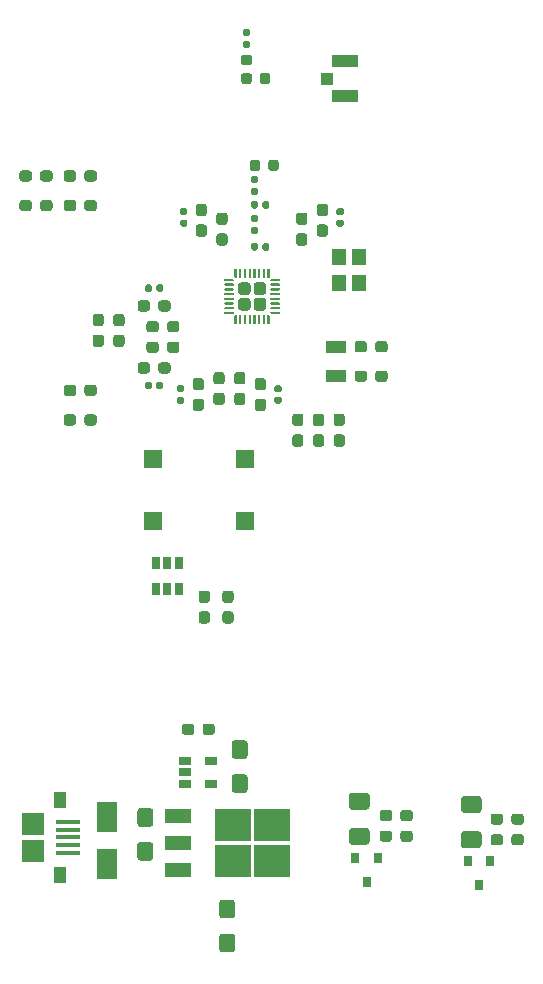
<source format=gbr>
%TF.GenerationSoftware,KiCad,Pcbnew,(5.1.6)-1*%
%TF.CreationDate,2020-11-01T11:06:05+05:30*%
%TF.ProjectId,PZYEMD011,505a5945-4d44-4303-9131-2e6b69636164,rev?*%
%TF.SameCoordinates,Original*%
%TF.FileFunction,Paste,Top*%
%TF.FilePolarity,Positive*%
%FSLAX46Y46*%
G04 Gerber Fmt 4.6, Leading zero omitted, Abs format (unit mm)*
G04 Created by KiCad (PCBNEW (5.1.6)-1) date 2020-11-01 11:06:05*
%MOMM*%
%LPD*%
G01*
G04 APERTURE LIST*
%ADD10C,0.100000*%
%ADD11R,0.650000X1.060000*%
%ADD12R,2.250000X1.100000*%
%ADD13R,1.100000X1.050000*%
%ADD14R,1.500000X1.500000*%
%ADD15R,1.060000X0.650000*%
%ADD16R,1.800000X1.000000*%
%ADD17R,1.200000X1.400000*%
%ADD18R,2.200000X1.200000*%
%ADD19R,3.050000X2.750000*%
%ADD20R,0.800000X0.900000*%
%ADD21R,1.800000X2.500000*%
%ADD22R,1.900000X1.900000*%
%ADD23R,2.100000X0.400000*%
%ADD24R,1.000000X1.400000*%
G04 APERTURE END LIST*
%TO.C,R14*%
G36*
G01*
X97150000Y-87912500D02*
X97150000Y-88387500D01*
G75*
G02*
X96912500Y-88625000I-237500J0D01*
G01*
X96337500Y-88625000D01*
G75*
G02*
X96100000Y-88387500I0J237500D01*
G01*
X96100000Y-87912500D01*
G75*
G02*
X96337500Y-87675000I237500J0D01*
G01*
X96912500Y-87675000D01*
G75*
G02*
X97150000Y-87912500I0J-237500D01*
G01*
G37*
G36*
G01*
X95400000Y-87912500D02*
X95400000Y-88387500D01*
G75*
G02*
X95162500Y-88625000I-237500J0D01*
G01*
X94587500Y-88625000D01*
G75*
G02*
X94350000Y-88387500I0J237500D01*
G01*
X94350000Y-87912500D01*
G75*
G02*
X94587500Y-87675000I237500J0D01*
G01*
X95162500Y-87675000D01*
G75*
G02*
X95400000Y-87912500I0J-237500D01*
G01*
G37*
%TD*%
%TO.C,R15*%
G36*
G01*
X95400000Y-85412500D02*
X95400000Y-85887500D01*
G75*
G02*
X95162500Y-86125000I-237500J0D01*
G01*
X94587500Y-86125000D01*
G75*
G02*
X94350000Y-85887500I0J237500D01*
G01*
X94350000Y-85412500D01*
G75*
G02*
X94587500Y-85175000I237500J0D01*
G01*
X95162500Y-85175000D01*
G75*
G02*
X95400000Y-85412500I0J-237500D01*
G01*
G37*
G36*
G01*
X97150000Y-85412500D02*
X97150000Y-85887500D01*
G75*
G02*
X96912500Y-86125000I-237500J0D01*
G01*
X96337500Y-86125000D01*
G75*
G02*
X96100000Y-85887500I0J237500D01*
G01*
X96100000Y-85412500D01*
G75*
G02*
X96337500Y-85175000I237500J0D01*
G01*
X96912500Y-85175000D01*
G75*
G02*
X97150000Y-85412500I0J-237500D01*
G01*
G37*
%TD*%
D10*
%TO.C,U2*%
G36*
X111960956Y-79199039D02*
G01*
X111951577Y-79196194D01*
X111942932Y-79191573D01*
X111935356Y-79185355D01*
X111864645Y-79114644D01*
X111858427Y-79107068D01*
X111853806Y-79098423D01*
X111850961Y-79089044D01*
X111850000Y-79079289D01*
X111850000Y-79050000D01*
X111850961Y-79040245D01*
X111853806Y-79030866D01*
X111858427Y-79022221D01*
X111864645Y-79014645D01*
X111872221Y-79008427D01*
X111880866Y-79003806D01*
X111890245Y-79000961D01*
X111900000Y-79000000D01*
X112600000Y-79000000D01*
X112609755Y-79000961D01*
X112619134Y-79003806D01*
X112627779Y-79008427D01*
X112635355Y-79014645D01*
X112641573Y-79022221D01*
X112646194Y-79030866D01*
X112649039Y-79040245D01*
X112650000Y-79050000D01*
X112650000Y-79150000D01*
X112649039Y-79159755D01*
X112646194Y-79169134D01*
X112641573Y-79177779D01*
X112635355Y-79185355D01*
X112627779Y-79191573D01*
X112619134Y-79196194D01*
X112609755Y-79199039D01*
X112600000Y-79200000D01*
X111970711Y-79200000D01*
X111960956Y-79199039D01*
G37*
G36*
G01*
X112650000Y-78650000D02*
X112650000Y-78750000D01*
G75*
G02*
X112600000Y-78800000I-50000J0D01*
G01*
X111900000Y-78800000D01*
G75*
G02*
X111850000Y-78750000I0J50000D01*
G01*
X111850000Y-78650000D01*
G75*
G02*
X111900000Y-78600000I50000J0D01*
G01*
X112600000Y-78600000D01*
G75*
G02*
X112650000Y-78650000I0J-50000D01*
G01*
G37*
G36*
G01*
X112650000Y-78250000D02*
X112650000Y-78350000D01*
G75*
G02*
X112600000Y-78400000I-50000J0D01*
G01*
X111900000Y-78400000D01*
G75*
G02*
X111850000Y-78350000I0J50000D01*
G01*
X111850000Y-78250000D01*
G75*
G02*
X111900000Y-78200000I50000J0D01*
G01*
X112600000Y-78200000D01*
G75*
G02*
X112650000Y-78250000I0J-50000D01*
G01*
G37*
G36*
G01*
X112650000Y-77850000D02*
X112650000Y-77950000D01*
G75*
G02*
X112600000Y-78000000I-50000J0D01*
G01*
X111900000Y-78000000D01*
G75*
G02*
X111850000Y-77950000I0J50000D01*
G01*
X111850000Y-77850000D01*
G75*
G02*
X111900000Y-77800000I50000J0D01*
G01*
X112600000Y-77800000D01*
G75*
G02*
X112650000Y-77850000I0J-50000D01*
G01*
G37*
G36*
G01*
X112650000Y-77450000D02*
X112650000Y-77550000D01*
G75*
G02*
X112600000Y-77600000I-50000J0D01*
G01*
X111900000Y-77600000D01*
G75*
G02*
X111850000Y-77550000I0J50000D01*
G01*
X111850000Y-77450000D01*
G75*
G02*
X111900000Y-77400000I50000J0D01*
G01*
X112600000Y-77400000D01*
G75*
G02*
X112650000Y-77450000I0J-50000D01*
G01*
G37*
G36*
G01*
X112650000Y-77050000D02*
X112650000Y-77150000D01*
G75*
G02*
X112600000Y-77200000I-50000J0D01*
G01*
X111900000Y-77200000D01*
G75*
G02*
X111850000Y-77150000I0J50000D01*
G01*
X111850000Y-77050000D01*
G75*
G02*
X111900000Y-77000000I50000J0D01*
G01*
X112600000Y-77000000D01*
G75*
G02*
X112650000Y-77050000I0J-50000D01*
G01*
G37*
G36*
G01*
X112650000Y-76650000D02*
X112650000Y-76750000D01*
G75*
G02*
X112600000Y-76800000I-50000J0D01*
G01*
X111900000Y-76800000D01*
G75*
G02*
X111850000Y-76750000I0J50000D01*
G01*
X111850000Y-76650000D01*
G75*
G02*
X111900000Y-76600000I50000J0D01*
G01*
X112600000Y-76600000D01*
G75*
G02*
X112650000Y-76650000I0J-50000D01*
G01*
G37*
G36*
X111890245Y-76399039D02*
G01*
X111880866Y-76396194D01*
X111872221Y-76391573D01*
X111864645Y-76385355D01*
X111858427Y-76377779D01*
X111853806Y-76369134D01*
X111850961Y-76359755D01*
X111850000Y-76350000D01*
X111850000Y-76320711D01*
X111850961Y-76310956D01*
X111853806Y-76301577D01*
X111858427Y-76292932D01*
X111864645Y-76285356D01*
X111935356Y-76214645D01*
X111942932Y-76208427D01*
X111951577Y-76203806D01*
X111960956Y-76200961D01*
X111970711Y-76200000D01*
X112600000Y-76200000D01*
X112609755Y-76200961D01*
X112619134Y-76203806D01*
X112627779Y-76208427D01*
X112635355Y-76214645D01*
X112641573Y-76222221D01*
X112646194Y-76230866D01*
X112649039Y-76240245D01*
X112650000Y-76250000D01*
X112650000Y-76350000D01*
X112649039Y-76359755D01*
X112646194Y-76369134D01*
X112641573Y-76377779D01*
X112635355Y-76385355D01*
X112627779Y-76391573D01*
X112619134Y-76396194D01*
X112609755Y-76399039D01*
X112600000Y-76400000D01*
X111900000Y-76400000D01*
X111890245Y-76399039D01*
G37*
G36*
X111640245Y-76149039D02*
G01*
X111630866Y-76146194D01*
X111622221Y-76141573D01*
X111614645Y-76135355D01*
X111608427Y-76127779D01*
X111603806Y-76119134D01*
X111600961Y-76109755D01*
X111600000Y-76100000D01*
X111600000Y-75400000D01*
X111600961Y-75390245D01*
X111603806Y-75380866D01*
X111608427Y-75372221D01*
X111614645Y-75364645D01*
X111622221Y-75358427D01*
X111630866Y-75353806D01*
X111640245Y-75350961D01*
X111650000Y-75350000D01*
X111750000Y-75350000D01*
X111759755Y-75350961D01*
X111769134Y-75353806D01*
X111777779Y-75358427D01*
X111785355Y-75364645D01*
X111791573Y-75372221D01*
X111796194Y-75380866D01*
X111799039Y-75390245D01*
X111800000Y-75400000D01*
X111800000Y-76029289D01*
X111799039Y-76039044D01*
X111796194Y-76048423D01*
X111791573Y-76057068D01*
X111785355Y-76064644D01*
X111714644Y-76135355D01*
X111707068Y-76141573D01*
X111698423Y-76146194D01*
X111689044Y-76149039D01*
X111679289Y-76150000D01*
X111650000Y-76150000D01*
X111640245Y-76149039D01*
G37*
G36*
G01*
X111400000Y-75400000D02*
X111400000Y-76100000D01*
G75*
G02*
X111350000Y-76150000I-50000J0D01*
G01*
X111250000Y-76150000D01*
G75*
G02*
X111200000Y-76100000I0J50000D01*
G01*
X111200000Y-75400000D01*
G75*
G02*
X111250000Y-75350000I50000J0D01*
G01*
X111350000Y-75350000D01*
G75*
G02*
X111400000Y-75400000I0J-50000D01*
G01*
G37*
G36*
G01*
X111000000Y-75400000D02*
X111000000Y-76100000D01*
G75*
G02*
X110950000Y-76150000I-50000J0D01*
G01*
X110850000Y-76150000D01*
G75*
G02*
X110800000Y-76100000I0J50000D01*
G01*
X110800000Y-75400000D01*
G75*
G02*
X110850000Y-75350000I50000J0D01*
G01*
X110950000Y-75350000D01*
G75*
G02*
X111000000Y-75400000I0J-50000D01*
G01*
G37*
G36*
G01*
X110600000Y-75400000D02*
X110600000Y-76100000D01*
G75*
G02*
X110550000Y-76150000I-50000J0D01*
G01*
X110450000Y-76150000D01*
G75*
G02*
X110400000Y-76100000I0J50000D01*
G01*
X110400000Y-75400000D01*
G75*
G02*
X110450000Y-75350000I50000J0D01*
G01*
X110550000Y-75350000D01*
G75*
G02*
X110600000Y-75400000I0J-50000D01*
G01*
G37*
G36*
G01*
X110200000Y-75400000D02*
X110200000Y-76100000D01*
G75*
G02*
X110150000Y-76150000I-50000J0D01*
G01*
X110050000Y-76150000D01*
G75*
G02*
X110000000Y-76100000I0J50000D01*
G01*
X110000000Y-75400000D01*
G75*
G02*
X110050000Y-75350000I50000J0D01*
G01*
X110150000Y-75350000D01*
G75*
G02*
X110200000Y-75400000I0J-50000D01*
G01*
G37*
G36*
G01*
X109800000Y-75400000D02*
X109800000Y-76100000D01*
G75*
G02*
X109750000Y-76150000I-50000J0D01*
G01*
X109650000Y-76150000D01*
G75*
G02*
X109600000Y-76100000I0J50000D01*
G01*
X109600000Y-75400000D01*
G75*
G02*
X109650000Y-75350000I50000J0D01*
G01*
X109750000Y-75350000D01*
G75*
G02*
X109800000Y-75400000I0J-50000D01*
G01*
G37*
G36*
G01*
X109400000Y-75400000D02*
X109400000Y-76100000D01*
G75*
G02*
X109350000Y-76150000I-50000J0D01*
G01*
X109250000Y-76150000D01*
G75*
G02*
X109200000Y-76100000I0J50000D01*
G01*
X109200000Y-75400000D01*
G75*
G02*
X109250000Y-75350000I50000J0D01*
G01*
X109350000Y-75350000D01*
G75*
G02*
X109400000Y-75400000I0J-50000D01*
G01*
G37*
G36*
X108910956Y-76149039D02*
G01*
X108901577Y-76146194D01*
X108892932Y-76141573D01*
X108885356Y-76135355D01*
X108814645Y-76064644D01*
X108808427Y-76057068D01*
X108803806Y-76048423D01*
X108800961Y-76039044D01*
X108800000Y-76029289D01*
X108800000Y-75400000D01*
X108800961Y-75390245D01*
X108803806Y-75380866D01*
X108808427Y-75372221D01*
X108814645Y-75364645D01*
X108822221Y-75358427D01*
X108830866Y-75353806D01*
X108840245Y-75350961D01*
X108850000Y-75350000D01*
X108950000Y-75350000D01*
X108959755Y-75350961D01*
X108969134Y-75353806D01*
X108977779Y-75358427D01*
X108985355Y-75364645D01*
X108991573Y-75372221D01*
X108996194Y-75380866D01*
X108999039Y-75390245D01*
X109000000Y-75400000D01*
X109000000Y-76100000D01*
X108999039Y-76109755D01*
X108996194Y-76119134D01*
X108991573Y-76127779D01*
X108985355Y-76135355D01*
X108977779Y-76141573D01*
X108969134Y-76146194D01*
X108959755Y-76149039D01*
X108950000Y-76150000D01*
X108920711Y-76150000D01*
X108910956Y-76149039D01*
G37*
G36*
X107990245Y-76399039D02*
G01*
X107980866Y-76396194D01*
X107972221Y-76391573D01*
X107964645Y-76385355D01*
X107958427Y-76377779D01*
X107953806Y-76369134D01*
X107950961Y-76359755D01*
X107950000Y-76350000D01*
X107950000Y-76250000D01*
X107950961Y-76240245D01*
X107953806Y-76230866D01*
X107958427Y-76222221D01*
X107964645Y-76214645D01*
X107972221Y-76208427D01*
X107980866Y-76203806D01*
X107990245Y-76200961D01*
X108000000Y-76200000D01*
X108629289Y-76200000D01*
X108639044Y-76200961D01*
X108648423Y-76203806D01*
X108657068Y-76208427D01*
X108664644Y-76214645D01*
X108735355Y-76285356D01*
X108741573Y-76292932D01*
X108746194Y-76301577D01*
X108749039Y-76310956D01*
X108750000Y-76320711D01*
X108750000Y-76350000D01*
X108749039Y-76359755D01*
X108746194Y-76369134D01*
X108741573Y-76377779D01*
X108735355Y-76385355D01*
X108727779Y-76391573D01*
X108719134Y-76396194D01*
X108709755Y-76399039D01*
X108700000Y-76400000D01*
X108000000Y-76400000D01*
X107990245Y-76399039D01*
G37*
G36*
G01*
X108750000Y-76650000D02*
X108750000Y-76750000D01*
G75*
G02*
X108700000Y-76800000I-50000J0D01*
G01*
X108000000Y-76800000D01*
G75*
G02*
X107950000Y-76750000I0J50000D01*
G01*
X107950000Y-76650000D01*
G75*
G02*
X108000000Y-76600000I50000J0D01*
G01*
X108700000Y-76600000D01*
G75*
G02*
X108750000Y-76650000I0J-50000D01*
G01*
G37*
G36*
G01*
X108750000Y-77050000D02*
X108750000Y-77150000D01*
G75*
G02*
X108700000Y-77200000I-50000J0D01*
G01*
X108000000Y-77200000D01*
G75*
G02*
X107950000Y-77150000I0J50000D01*
G01*
X107950000Y-77050000D01*
G75*
G02*
X108000000Y-77000000I50000J0D01*
G01*
X108700000Y-77000000D01*
G75*
G02*
X108750000Y-77050000I0J-50000D01*
G01*
G37*
G36*
G01*
X108750000Y-77450000D02*
X108750000Y-77550000D01*
G75*
G02*
X108700000Y-77600000I-50000J0D01*
G01*
X108000000Y-77600000D01*
G75*
G02*
X107950000Y-77550000I0J50000D01*
G01*
X107950000Y-77450000D01*
G75*
G02*
X108000000Y-77400000I50000J0D01*
G01*
X108700000Y-77400000D01*
G75*
G02*
X108750000Y-77450000I0J-50000D01*
G01*
G37*
G36*
G01*
X108750000Y-77850000D02*
X108750000Y-77950000D01*
G75*
G02*
X108700000Y-78000000I-50000J0D01*
G01*
X108000000Y-78000000D01*
G75*
G02*
X107950000Y-77950000I0J50000D01*
G01*
X107950000Y-77850000D01*
G75*
G02*
X108000000Y-77800000I50000J0D01*
G01*
X108700000Y-77800000D01*
G75*
G02*
X108750000Y-77850000I0J-50000D01*
G01*
G37*
G36*
G01*
X108750000Y-78250000D02*
X108750000Y-78350000D01*
G75*
G02*
X108700000Y-78400000I-50000J0D01*
G01*
X108000000Y-78400000D01*
G75*
G02*
X107950000Y-78350000I0J50000D01*
G01*
X107950000Y-78250000D01*
G75*
G02*
X108000000Y-78200000I50000J0D01*
G01*
X108700000Y-78200000D01*
G75*
G02*
X108750000Y-78250000I0J-50000D01*
G01*
G37*
G36*
G01*
X108750000Y-78650000D02*
X108750000Y-78750000D01*
G75*
G02*
X108700000Y-78800000I-50000J0D01*
G01*
X108000000Y-78800000D01*
G75*
G02*
X107950000Y-78750000I0J50000D01*
G01*
X107950000Y-78650000D01*
G75*
G02*
X108000000Y-78600000I50000J0D01*
G01*
X108700000Y-78600000D01*
G75*
G02*
X108750000Y-78650000I0J-50000D01*
G01*
G37*
G36*
X107990245Y-79199039D02*
G01*
X107980866Y-79196194D01*
X107972221Y-79191573D01*
X107964645Y-79185355D01*
X107958427Y-79177779D01*
X107953806Y-79169134D01*
X107950961Y-79159755D01*
X107950000Y-79150000D01*
X107950000Y-79050000D01*
X107950961Y-79040245D01*
X107953806Y-79030866D01*
X107958427Y-79022221D01*
X107964645Y-79014645D01*
X107972221Y-79008427D01*
X107980866Y-79003806D01*
X107990245Y-79000961D01*
X108000000Y-79000000D01*
X108700000Y-79000000D01*
X108709755Y-79000961D01*
X108719134Y-79003806D01*
X108727779Y-79008427D01*
X108735355Y-79014645D01*
X108741573Y-79022221D01*
X108746194Y-79030866D01*
X108749039Y-79040245D01*
X108750000Y-79050000D01*
X108750000Y-79079289D01*
X108749039Y-79089044D01*
X108746194Y-79098423D01*
X108741573Y-79107068D01*
X108735355Y-79114644D01*
X108664644Y-79185355D01*
X108657068Y-79191573D01*
X108648423Y-79196194D01*
X108639044Y-79199039D01*
X108629289Y-79200000D01*
X108000000Y-79200000D01*
X107990245Y-79199039D01*
G37*
G36*
X108840245Y-80049039D02*
G01*
X108830866Y-80046194D01*
X108822221Y-80041573D01*
X108814645Y-80035355D01*
X108808427Y-80027779D01*
X108803806Y-80019134D01*
X108800961Y-80009755D01*
X108800000Y-80000000D01*
X108800000Y-79370711D01*
X108800961Y-79360956D01*
X108803806Y-79351577D01*
X108808427Y-79342932D01*
X108814645Y-79335356D01*
X108885356Y-79264645D01*
X108892932Y-79258427D01*
X108901577Y-79253806D01*
X108910956Y-79250961D01*
X108920711Y-79250000D01*
X108950000Y-79250000D01*
X108959755Y-79250961D01*
X108969134Y-79253806D01*
X108977779Y-79258427D01*
X108985355Y-79264645D01*
X108991573Y-79272221D01*
X108996194Y-79280866D01*
X108999039Y-79290245D01*
X109000000Y-79300000D01*
X109000000Y-80000000D01*
X108999039Y-80009755D01*
X108996194Y-80019134D01*
X108991573Y-80027779D01*
X108985355Y-80035355D01*
X108977779Y-80041573D01*
X108969134Y-80046194D01*
X108959755Y-80049039D01*
X108950000Y-80050000D01*
X108850000Y-80050000D01*
X108840245Y-80049039D01*
G37*
G36*
G01*
X109400000Y-79300000D02*
X109400000Y-80000000D01*
G75*
G02*
X109350000Y-80050000I-50000J0D01*
G01*
X109250000Y-80050000D01*
G75*
G02*
X109200000Y-80000000I0J50000D01*
G01*
X109200000Y-79300000D01*
G75*
G02*
X109250000Y-79250000I50000J0D01*
G01*
X109350000Y-79250000D01*
G75*
G02*
X109400000Y-79300000I0J-50000D01*
G01*
G37*
G36*
G01*
X109800000Y-79300000D02*
X109800000Y-80000000D01*
G75*
G02*
X109750000Y-80050000I-50000J0D01*
G01*
X109650000Y-80050000D01*
G75*
G02*
X109600000Y-80000000I0J50000D01*
G01*
X109600000Y-79300000D01*
G75*
G02*
X109650000Y-79250000I50000J0D01*
G01*
X109750000Y-79250000D01*
G75*
G02*
X109800000Y-79300000I0J-50000D01*
G01*
G37*
G36*
G01*
X110200000Y-79300000D02*
X110200000Y-80000000D01*
G75*
G02*
X110150000Y-80050000I-50000J0D01*
G01*
X110050000Y-80050000D01*
G75*
G02*
X110000000Y-80000000I0J50000D01*
G01*
X110000000Y-79300000D01*
G75*
G02*
X110050000Y-79250000I50000J0D01*
G01*
X110150000Y-79250000D01*
G75*
G02*
X110200000Y-79300000I0J-50000D01*
G01*
G37*
G36*
G01*
X110600000Y-79300000D02*
X110600000Y-80000000D01*
G75*
G02*
X110550000Y-80050000I-50000J0D01*
G01*
X110450000Y-80050000D01*
G75*
G02*
X110400000Y-80000000I0J50000D01*
G01*
X110400000Y-79300000D01*
G75*
G02*
X110450000Y-79250000I50000J0D01*
G01*
X110550000Y-79250000D01*
G75*
G02*
X110600000Y-79300000I0J-50000D01*
G01*
G37*
G36*
G01*
X111000000Y-79300000D02*
X111000000Y-80000000D01*
G75*
G02*
X110950000Y-80050000I-50000J0D01*
G01*
X110850000Y-80050000D01*
G75*
G02*
X110800000Y-80000000I0J50000D01*
G01*
X110800000Y-79300000D01*
G75*
G02*
X110850000Y-79250000I50000J0D01*
G01*
X110950000Y-79250000D01*
G75*
G02*
X111000000Y-79300000I0J-50000D01*
G01*
G37*
G36*
G01*
X111400000Y-79300000D02*
X111400000Y-80000000D01*
G75*
G02*
X111350000Y-80050000I-50000J0D01*
G01*
X111250000Y-80050000D01*
G75*
G02*
X111200000Y-80000000I0J50000D01*
G01*
X111200000Y-79300000D01*
G75*
G02*
X111250000Y-79250000I50000J0D01*
G01*
X111350000Y-79250000D01*
G75*
G02*
X111400000Y-79300000I0J-50000D01*
G01*
G37*
G36*
X111640245Y-80049039D02*
G01*
X111630866Y-80046194D01*
X111622221Y-80041573D01*
X111614645Y-80035355D01*
X111608427Y-80027779D01*
X111603806Y-80019134D01*
X111600961Y-80009755D01*
X111600000Y-80000000D01*
X111600000Y-79300000D01*
X111600961Y-79290245D01*
X111603806Y-79280866D01*
X111608427Y-79272221D01*
X111614645Y-79264645D01*
X111622221Y-79258427D01*
X111630866Y-79253806D01*
X111640245Y-79250961D01*
X111650000Y-79250000D01*
X111679289Y-79250000D01*
X111689044Y-79250961D01*
X111698423Y-79253806D01*
X111707068Y-79258427D01*
X111714644Y-79264645D01*
X111785355Y-79335356D01*
X111791573Y-79342932D01*
X111796194Y-79351577D01*
X111799039Y-79360956D01*
X111800000Y-79370711D01*
X111800000Y-80000000D01*
X111799039Y-80009755D01*
X111796194Y-80019134D01*
X111791573Y-80027779D01*
X111785355Y-80035355D01*
X111777779Y-80041573D01*
X111769134Y-80046194D01*
X111759755Y-80049039D01*
X111750000Y-80050000D01*
X111650000Y-80050000D01*
X111640245Y-80049039D01*
G37*
G36*
G01*
X111495000Y-78075000D02*
X111495000Y-78645000D01*
G75*
G02*
X111245000Y-78895000I-250000J0D01*
G01*
X110675000Y-78895000D01*
G75*
G02*
X110425000Y-78645000I0J250000D01*
G01*
X110425000Y-78075000D01*
G75*
G02*
X110675000Y-77825000I250000J0D01*
G01*
X111245000Y-77825000D01*
G75*
G02*
X111495000Y-78075000I0J-250000D01*
G01*
G37*
G36*
G01*
X111495000Y-76755000D02*
X111495000Y-77325000D01*
G75*
G02*
X111245000Y-77575000I-250000J0D01*
G01*
X110675000Y-77575000D01*
G75*
G02*
X110425000Y-77325000I0J250000D01*
G01*
X110425000Y-76755000D01*
G75*
G02*
X110675000Y-76505000I250000J0D01*
G01*
X111245000Y-76505000D01*
G75*
G02*
X111495000Y-76755000I0J-250000D01*
G01*
G37*
G36*
G01*
X110175000Y-78075000D02*
X110175000Y-78645000D01*
G75*
G02*
X109925000Y-78895000I-250000J0D01*
G01*
X109355000Y-78895000D01*
G75*
G02*
X109105000Y-78645000I0J250000D01*
G01*
X109105000Y-78075000D01*
G75*
G02*
X109355000Y-77825000I250000J0D01*
G01*
X109925000Y-77825000D01*
G75*
G02*
X110175000Y-78075000I0J-250000D01*
G01*
G37*
G36*
G01*
X110175000Y-76755000D02*
X110175000Y-77325000D01*
G75*
G02*
X109925000Y-77575000I-250000J0D01*
G01*
X109355000Y-77575000D01*
G75*
G02*
X109105000Y-77325000I0J250000D01*
G01*
X109105000Y-76755000D01*
G75*
G02*
X109355000Y-76505000I250000J0D01*
G01*
X109925000Y-76505000D01*
G75*
G02*
X110175000Y-76755000I0J-250000D01*
G01*
G37*
%TD*%
D11*
%TO.C,D1*%
X104075000Y-100225000D03*
X103125000Y-100225000D03*
X102175000Y-100225000D03*
X102175000Y-102425000D03*
X104075000Y-102425000D03*
X103125000Y-102425000D03*
%TD*%
D12*
%TO.C,J6*%
X118150000Y-57775000D03*
X118150000Y-60725000D03*
D13*
X116600000Y-59250000D03*
%TD*%
%TO.C,R4*%
G36*
G01*
X98787500Y-80925000D02*
X99262500Y-80925000D01*
G75*
G02*
X99500000Y-81162500I0J-237500D01*
G01*
X99500000Y-81737500D01*
G75*
G02*
X99262500Y-81975000I-237500J0D01*
G01*
X98787500Y-81975000D01*
G75*
G02*
X98550000Y-81737500I0J237500D01*
G01*
X98550000Y-81162500D01*
G75*
G02*
X98787500Y-80925000I237500J0D01*
G01*
G37*
G36*
G01*
X98787500Y-79175000D02*
X99262500Y-79175000D01*
G75*
G02*
X99500000Y-79412500I0J-237500D01*
G01*
X99500000Y-79987500D01*
G75*
G02*
X99262500Y-80225000I-237500J0D01*
G01*
X98787500Y-80225000D01*
G75*
G02*
X98550000Y-79987500I0J237500D01*
G01*
X98550000Y-79412500D01*
G75*
G02*
X98787500Y-79175000I237500J0D01*
G01*
G37*
%TD*%
%TO.C,C14*%
G36*
G01*
X97512500Y-81975000D02*
X97037500Y-81975000D01*
G75*
G02*
X96800000Y-81737500I0J237500D01*
G01*
X96800000Y-81162500D01*
G75*
G02*
X97037500Y-80925000I237500J0D01*
G01*
X97512500Y-80925000D01*
G75*
G02*
X97750000Y-81162500I0J-237500D01*
G01*
X97750000Y-81737500D01*
G75*
G02*
X97512500Y-81975000I-237500J0D01*
G01*
G37*
G36*
G01*
X97512500Y-80225000D02*
X97037500Y-80225000D01*
G75*
G02*
X96800000Y-79987500I0J237500D01*
G01*
X96800000Y-79412500D01*
G75*
G02*
X97037500Y-79175000I237500J0D01*
G01*
X97512500Y-79175000D01*
G75*
G02*
X97750000Y-79412500I0J-237500D01*
G01*
X97750000Y-79987500D01*
G75*
G02*
X97512500Y-80225000I-237500J0D01*
G01*
G37*
%TD*%
%TO.C,C1*%
G36*
G01*
X120725000Y-84687500D02*
X120725000Y-84212500D01*
G75*
G02*
X120962500Y-83975000I237500J0D01*
G01*
X121537500Y-83975000D01*
G75*
G02*
X121775000Y-84212500I0J-237500D01*
G01*
X121775000Y-84687500D01*
G75*
G02*
X121537500Y-84925000I-237500J0D01*
G01*
X120962500Y-84925000D01*
G75*
G02*
X120725000Y-84687500I0J237500D01*
G01*
G37*
G36*
G01*
X118975000Y-84687500D02*
X118975000Y-84212500D01*
G75*
G02*
X119212500Y-83975000I237500J0D01*
G01*
X119787500Y-83975000D01*
G75*
G02*
X120025000Y-84212500I0J-237500D01*
G01*
X120025000Y-84687500D01*
G75*
G02*
X119787500Y-84925000I-237500J0D01*
G01*
X119212500Y-84925000D01*
G75*
G02*
X118975000Y-84687500I0J237500D01*
G01*
G37*
%TD*%
%TO.C,C2*%
G36*
G01*
X118975000Y-82187500D02*
X118975000Y-81712500D01*
G75*
G02*
X119212500Y-81475000I237500J0D01*
G01*
X119787500Y-81475000D01*
G75*
G02*
X120025000Y-81712500I0J-237500D01*
G01*
X120025000Y-82187500D01*
G75*
G02*
X119787500Y-82425000I-237500J0D01*
G01*
X119212500Y-82425000D01*
G75*
G02*
X118975000Y-82187500I0J237500D01*
G01*
G37*
G36*
G01*
X120725000Y-82187500D02*
X120725000Y-81712500D01*
G75*
G02*
X120962500Y-81475000I237500J0D01*
G01*
X121537500Y-81475000D01*
G75*
G02*
X121775000Y-81712500I0J-237500D01*
G01*
X121775000Y-82187500D01*
G75*
G02*
X121537500Y-82425000I-237500J0D01*
G01*
X120962500Y-82425000D01*
G75*
G02*
X120725000Y-82187500I0J237500D01*
G01*
G37*
%TD*%
%TO.C,C5*%
G36*
G01*
X109012500Y-85850000D02*
X109487500Y-85850000D01*
G75*
G02*
X109725000Y-86087500I0J-237500D01*
G01*
X109725000Y-86662500D01*
G75*
G02*
X109487500Y-86900000I-237500J0D01*
G01*
X109012500Y-86900000D01*
G75*
G02*
X108775000Y-86662500I0J237500D01*
G01*
X108775000Y-86087500D01*
G75*
G02*
X109012500Y-85850000I237500J0D01*
G01*
G37*
G36*
G01*
X109012500Y-84100000D02*
X109487500Y-84100000D01*
G75*
G02*
X109725000Y-84337500I0J-237500D01*
G01*
X109725000Y-84912500D01*
G75*
G02*
X109487500Y-85150000I-237500J0D01*
G01*
X109012500Y-85150000D01*
G75*
G02*
X108775000Y-84912500I0J237500D01*
G01*
X108775000Y-84337500D01*
G75*
G02*
X109012500Y-84100000I237500J0D01*
G01*
G37*
%TD*%
%TO.C,C7*%
G36*
G01*
X107262500Y-85850000D02*
X107737500Y-85850000D01*
G75*
G02*
X107975000Y-86087500I0J-237500D01*
G01*
X107975000Y-86662500D01*
G75*
G02*
X107737500Y-86900000I-237500J0D01*
G01*
X107262500Y-86900000D01*
G75*
G02*
X107025000Y-86662500I0J237500D01*
G01*
X107025000Y-86087500D01*
G75*
G02*
X107262500Y-85850000I237500J0D01*
G01*
G37*
G36*
G01*
X107262500Y-84100000D02*
X107737500Y-84100000D01*
G75*
G02*
X107975000Y-84337500I0J-237500D01*
G01*
X107975000Y-84912500D01*
G75*
G02*
X107737500Y-85150000I-237500J0D01*
G01*
X107262500Y-85150000D01*
G75*
G02*
X107025000Y-84912500I0J237500D01*
G01*
X107025000Y-84337500D01*
G75*
G02*
X107262500Y-84100000I237500J0D01*
G01*
G37*
%TD*%
%TO.C,C11*%
G36*
G01*
X101650000Y-83512500D02*
X101650000Y-83987500D01*
G75*
G02*
X101412500Y-84225000I-237500J0D01*
G01*
X100837500Y-84225000D01*
G75*
G02*
X100600000Y-83987500I0J237500D01*
G01*
X100600000Y-83512500D01*
G75*
G02*
X100837500Y-83275000I237500J0D01*
G01*
X101412500Y-83275000D01*
G75*
G02*
X101650000Y-83512500I0J-237500D01*
G01*
G37*
G36*
G01*
X103400000Y-83512500D02*
X103400000Y-83987500D01*
G75*
G02*
X103162500Y-84225000I-237500J0D01*
G01*
X102587500Y-84225000D01*
G75*
G02*
X102350000Y-83987500I0J237500D01*
G01*
X102350000Y-83512500D01*
G75*
G02*
X102587500Y-83275000I237500J0D01*
G01*
X103162500Y-83275000D01*
G75*
G02*
X103400000Y-83512500I0J-237500D01*
G01*
G37*
%TD*%
%TO.C,C12*%
G36*
G01*
X104150000Y-80012500D02*
X104150000Y-80487500D01*
G75*
G02*
X103912500Y-80725000I-237500J0D01*
G01*
X103337500Y-80725000D01*
G75*
G02*
X103100000Y-80487500I0J237500D01*
G01*
X103100000Y-80012500D01*
G75*
G02*
X103337500Y-79775000I237500J0D01*
G01*
X103912500Y-79775000D01*
G75*
G02*
X104150000Y-80012500I0J-237500D01*
G01*
G37*
G36*
G01*
X102400000Y-80012500D02*
X102400000Y-80487500D01*
G75*
G02*
X102162500Y-80725000I-237500J0D01*
G01*
X101587500Y-80725000D01*
G75*
G02*
X101350000Y-80487500I0J237500D01*
G01*
X101350000Y-80012500D01*
G75*
G02*
X101587500Y-79775000I237500J0D01*
G01*
X102162500Y-79775000D01*
G75*
G02*
X102400000Y-80012500I0J-237500D01*
G01*
G37*
%TD*%
%TO.C,C13*%
G36*
G01*
X108824999Y-115275000D02*
X109675001Y-115275000D01*
G75*
G02*
X109925000Y-115524999I0J-249999D01*
G01*
X109925000Y-116600001D01*
G75*
G02*
X109675001Y-116850000I-249999J0D01*
G01*
X108824999Y-116850000D01*
G75*
G02*
X108575000Y-116600001I0J249999D01*
G01*
X108575000Y-115524999D01*
G75*
G02*
X108824999Y-115275000I249999J0D01*
G01*
G37*
G36*
G01*
X108824999Y-118150000D02*
X109675001Y-118150000D01*
G75*
G02*
X109925000Y-118399999I0J-249999D01*
G01*
X109925000Y-119475001D01*
G75*
G02*
X109675001Y-119725000I-249999J0D01*
G01*
X108824999Y-119725000D01*
G75*
G02*
X108575000Y-119475001I0J249999D01*
G01*
X108575000Y-118399999D01*
G75*
G02*
X108824999Y-118150000I249999J0D01*
G01*
G37*
%TD*%
%TO.C,C15*%
G36*
G01*
X116487500Y-70900000D02*
X116012500Y-70900000D01*
G75*
G02*
X115775000Y-70662500I0J237500D01*
G01*
X115775000Y-70087500D01*
G75*
G02*
X116012500Y-69850000I237500J0D01*
G01*
X116487500Y-69850000D01*
G75*
G02*
X116725000Y-70087500I0J-237500D01*
G01*
X116725000Y-70662500D01*
G75*
G02*
X116487500Y-70900000I-237500J0D01*
G01*
G37*
G36*
G01*
X116487500Y-72650000D02*
X116012500Y-72650000D01*
G75*
G02*
X115775000Y-72412500I0J237500D01*
G01*
X115775000Y-71837500D01*
G75*
G02*
X116012500Y-71600000I237500J0D01*
G01*
X116487500Y-71600000D01*
G75*
G02*
X116725000Y-71837500I0J-237500D01*
G01*
X116725000Y-72412500D01*
G75*
G02*
X116487500Y-72650000I-237500J0D01*
G01*
G37*
%TD*%
%TO.C,C16*%
G36*
G01*
X114737500Y-71650000D02*
X114262500Y-71650000D01*
G75*
G02*
X114025000Y-71412500I0J237500D01*
G01*
X114025000Y-70837500D01*
G75*
G02*
X114262500Y-70600000I237500J0D01*
G01*
X114737500Y-70600000D01*
G75*
G02*
X114975000Y-70837500I0J-237500D01*
G01*
X114975000Y-71412500D01*
G75*
G02*
X114737500Y-71650000I-237500J0D01*
G01*
G37*
G36*
G01*
X114737500Y-73400000D02*
X114262500Y-73400000D01*
G75*
G02*
X114025000Y-73162500I0J237500D01*
G01*
X114025000Y-72587500D01*
G75*
G02*
X114262500Y-72350000I237500J0D01*
G01*
X114737500Y-72350000D01*
G75*
G02*
X114975000Y-72587500I0J-237500D01*
G01*
X114975000Y-73162500D01*
G75*
G02*
X114737500Y-73400000I-237500J0D01*
G01*
G37*
%TD*%
%TO.C,C17*%
G36*
G01*
X106237500Y-72650000D02*
X105762500Y-72650000D01*
G75*
G02*
X105525000Y-72412500I0J237500D01*
G01*
X105525000Y-71837500D01*
G75*
G02*
X105762500Y-71600000I237500J0D01*
G01*
X106237500Y-71600000D01*
G75*
G02*
X106475000Y-71837500I0J-237500D01*
G01*
X106475000Y-72412500D01*
G75*
G02*
X106237500Y-72650000I-237500J0D01*
G01*
G37*
G36*
G01*
X106237500Y-70900000D02*
X105762500Y-70900000D01*
G75*
G02*
X105525000Y-70662500I0J237500D01*
G01*
X105525000Y-70087500D01*
G75*
G02*
X105762500Y-69850000I237500J0D01*
G01*
X106237500Y-69850000D01*
G75*
G02*
X106475000Y-70087500I0J-237500D01*
G01*
X106475000Y-70662500D01*
G75*
G02*
X106237500Y-70900000I-237500J0D01*
G01*
G37*
%TD*%
%TO.C,C18*%
G36*
G01*
X107987500Y-73400000D02*
X107512500Y-73400000D01*
G75*
G02*
X107275000Y-73162500I0J237500D01*
G01*
X107275000Y-72587500D01*
G75*
G02*
X107512500Y-72350000I237500J0D01*
G01*
X107987500Y-72350000D01*
G75*
G02*
X108225000Y-72587500I0J-237500D01*
G01*
X108225000Y-73162500D01*
G75*
G02*
X107987500Y-73400000I-237500J0D01*
G01*
G37*
G36*
G01*
X107987500Y-71650000D02*
X107512500Y-71650000D01*
G75*
G02*
X107275000Y-71412500I0J237500D01*
G01*
X107275000Y-70837500D01*
G75*
G02*
X107512500Y-70600000I237500J0D01*
G01*
X107987500Y-70600000D01*
G75*
G02*
X108225000Y-70837500I0J-237500D01*
G01*
X108225000Y-71412500D01*
G75*
G02*
X107987500Y-71650000I-237500J0D01*
G01*
G37*
%TD*%
%TO.C,D2*%
G36*
G01*
X90600000Y-70237500D02*
X90600000Y-69762500D01*
G75*
G02*
X90837500Y-69525000I237500J0D01*
G01*
X91412500Y-69525000D01*
G75*
G02*
X91650000Y-69762500I0J-237500D01*
G01*
X91650000Y-70237500D01*
G75*
G02*
X91412500Y-70475000I-237500J0D01*
G01*
X90837500Y-70475000D01*
G75*
G02*
X90600000Y-70237500I0J237500D01*
G01*
G37*
G36*
G01*
X92350000Y-70237500D02*
X92350000Y-69762500D01*
G75*
G02*
X92587500Y-69525000I237500J0D01*
G01*
X93162500Y-69525000D01*
G75*
G02*
X93400000Y-69762500I0J-237500D01*
G01*
X93400000Y-70237500D01*
G75*
G02*
X93162500Y-70475000I-237500J0D01*
G01*
X92587500Y-70475000D01*
G75*
G02*
X92350000Y-70237500I0J237500D01*
G01*
G37*
%TD*%
%TO.C,D3*%
G36*
G01*
X108487500Y-105400000D02*
X108012500Y-105400000D01*
G75*
G02*
X107775000Y-105162500I0J237500D01*
G01*
X107775000Y-104587500D01*
G75*
G02*
X108012500Y-104350000I237500J0D01*
G01*
X108487500Y-104350000D01*
G75*
G02*
X108725000Y-104587500I0J-237500D01*
G01*
X108725000Y-105162500D01*
G75*
G02*
X108487500Y-105400000I-237500J0D01*
G01*
G37*
G36*
G01*
X108487500Y-103650000D02*
X108012500Y-103650000D01*
G75*
G02*
X107775000Y-103412500I0J237500D01*
G01*
X107775000Y-102837500D01*
G75*
G02*
X108012500Y-102600000I237500J0D01*
G01*
X108487500Y-102600000D01*
G75*
G02*
X108725000Y-102837500I0J-237500D01*
G01*
X108725000Y-103412500D01*
G75*
G02*
X108487500Y-103650000I-237500J0D01*
G01*
G37*
%TD*%
%TO.C,D4*%
G36*
G01*
X92350000Y-67737500D02*
X92350000Y-67262500D01*
G75*
G02*
X92587500Y-67025000I237500J0D01*
G01*
X93162500Y-67025000D01*
G75*
G02*
X93400000Y-67262500I0J-237500D01*
G01*
X93400000Y-67737500D01*
G75*
G02*
X93162500Y-67975000I-237500J0D01*
G01*
X92587500Y-67975000D01*
G75*
G02*
X92350000Y-67737500I0J237500D01*
G01*
G37*
G36*
G01*
X90600000Y-67737500D02*
X90600000Y-67262500D01*
G75*
G02*
X90837500Y-67025000I237500J0D01*
G01*
X91412500Y-67025000D01*
G75*
G02*
X91650000Y-67262500I0J-237500D01*
G01*
X91650000Y-67737500D01*
G75*
G02*
X91412500Y-67975000I-237500J0D01*
G01*
X90837500Y-67975000D01*
G75*
G02*
X90600000Y-67737500I0J237500D01*
G01*
G37*
%TD*%
%TO.C,L1*%
G36*
G01*
X112327500Y-85220000D02*
X112672500Y-85220000D01*
G75*
G02*
X112820000Y-85367500I0J-147500D01*
G01*
X112820000Y-85662500D01*
G75*
G02*
X112672500Y-85810000I-147500J0D01*
G01*
X112327500Y-85810000D01*
G75*
G02*
X112180000Y-85662500I0J147500D01*
G01*
X112180000Y-85367500D01*
G75*
G02*
X112327500Y-85220000I147500J0D01*
G01*
G37*
G36*
G01*
X112327500Y-86190000D02*
X112672500Y-86190000D01*
G75*
G02*
X112820000Y-86337500I0J-147500D01*
G01*
X112820000Y-86632500D01*
G75*
G02*
X112672500Y-86780000I-147500J0D01*
G01*
X112327500Y-86780000D01*
G75*
G02*
X112180000Y-86632500I0J147500D01*
G01*
X112180000Y-86337500D01*
G75*
G02*
X112327500Y-86190000I147500J0D01*
G01*
G37*
%TD*%
%TO.C,L2*%
G36*
G01*
X104077500Y-86190000D02*
X104422500Y-86190000D01*
G75*
G02*
X104570000Y-86337500I0J-147500D01*
G01*
X104570000Y-86632500D01*
G75*
G02*
X104422500Y-86780000I-147500J0D01*
G01*
X104077500Y-86780000D01*
G75*
G02*
X103930000Y-86632500I0J147500D01*
G01*
X103930000Y-86337500D01*
G75*
G02*
X104077500Y-86190000I147500J0D01*
G01*
G37*
G36*
G01*
X104077500Y-85220000D02*
X104422500Y-85220000D01*
G75*
G02*
X104570000Y-85367500I0J-147500D01*
G01*
X104570000Y-85662500D01*
G75*
G02*
X104422500Y-85810000I-147500J0D01*
G01*
X104077500Y-85810000D01*
G75*
G02*
X103930000Y-85662500I0J147500D01*
G01*
X103930000Y-85367500D01*
G75*
G02*
X104077500Y-85220000I147500J0D01*
G01*
G37*
%TD*%
%TO.C,L3*%
G36*
G01*
X101810000Y-85077500D02*
X101810000Y-85422500D01*
G75*
G02*
X101662500Y-85570000I-147500J0D01*
G01*
X101367500Y-85570000D01*
G75*
G02*
X101220000Y-85422500I0J147500D01*
G01*
X101220000Y-85077500D01*
G75*
G02*
X101367500Y-84930000I147500J0D01*
G01*
X101662500Y-84930000D01*
G75*
G02*
X101810000Y-85077500I0J-147500D01*
G01*
G37*
G36*
G01*
X102780000Y-85077500D02*
X102780000Y-85422500D01*
G75*
G02*
X102632500Y-85570000I-147500J0D01*
G01*
X102337500Y-85570000D01*
G75*
G02*
X102190000Y-85422500I0J147500D01*
G01*
X102190000Y-85077500D01*
G75*
G02*
X102337500Y-84930000I147500J0D01*
G01*
X102632500Y-84930000D01*
G75*
G02*
X102780000Y-85077500I0J-147500D01*
G01*
G37*
%TD*%
%TO.C,L4*%
G36*
G01*
X102780000Y-76827500D02*
X102780000Y-77172500D01*
G75*
G02*
X102632500Y-77320000I-147500J0D01*
G01*
X102337500Y-77320000D01*
G75*
G02*
X102190000Y-77172500I0J147500D01*
G01*
X102190000Y-76827500D01*
G75*
G02*
X102337500Y-76680000I147500J0D01*
G01*
X102632500Y-76680000D01*
G75*
G02*
X102780000Y-76827500I0J-147500D01*
G01*
G37*
G36*
G01*
X101810000Y-76827500D02*
X101810000Y-77172500D01*
G75*
G02*
X101662500Y-77320000I-147500J0D01*
G01*
X101367500Y-77320000D01*
G75*
G02*
X101220000Y-77172500I0J147500D01*
G01*
X101220000Y-76827500D01*
G75*
G02*
X101367500Y-76680000I147500J0D01*
G01*
X101662500Y-76680000D01*
G75*
G02*
X101810000Y-76827500I0J-147500D01*
G01*
G37*
%TD*%
%TO.C,L5*%
G36*
G01*
X117922500Y-70810000D02*
X117577500Y-70810000D01*
G75*
G02*
X117430000Y-70662500I0J147500D01*
G01*
X117430000Y-70367500D01*
G75*
G02*
X117577500Y-70220000I147500J0D01*
G01*
X117922500Y-70220000D01*
G75*
G02*
X118070000Y-70367500I0J-147500D01*
G01*
X118070000Y-70662500D01*
G75*
G02*
X117922500Y-70810000I-147500J0D01*
G01*
G37*
G36*
G01*
X117922500Y-71780000D02*
X117577500Y-71780000D01*
G75*
G02*
X117430000Y-71632500I0J147500D01*
G01*
X117430000Y-71337500D01*
G75*
G02*
X117577500Y-71190000I147500J0D01*
G01*
X117922500Y-71190000D01*
G75*
G02*
X118070000Y-71337500I0J-147500D01*
G01*
X118070000Y-71632500D01*
G75*
G02*
X117922500Y-71780000I-147500J0D01*
G01*
G37*
%TD*%
%TO.C,L6*%
G36*
G01*
X104672500Y-71780000D02*
X104327500Y-71780000D01*
G75*
G02*
X104180000Y-71632500I0J147500D01*
G01*
X104180000Y-71337500D01*
G75*
G02*
X104327500Y-71190000I147500J0D01*
G01*
X104672500Y-71190000D01*
G75*
G02*
X104820000Y-71337500I0J-147500D01*
G01*
X104820000Y-71632500D01*
G75*
G02*
X104672500Y-71780000I-147500J0D01*
G01*
G37*
G36*
G01*
X104672500Y-70810000D02*
X104327500Y-70810000D01*
G75*
G02*
X104180000Y-70662500I0J147500D01*
G01*
X104180000Y-70367500D01*
G75*
G02*
X104327500Y-70220000I147500J0D01*
G01*
X104672500Y-70220000D01*
G75*
G02*
X104820000Y-70367500I0J-147500D01*
G01*
X104820000Y-70662500D01*
G75*
G02*
X104672500Y-70810000I-147500J0D01*
G01*
G37*
%TD*%
%TO.C,L7*%
G36*
G01*
X110672500Y-72380000D02*
X110327500Y-72380000D01*
G75*
G02*
X110180000Y-72232500I0J147500D01*
G01*
X110180000Y-71937500D01*
G75*
G02*
X110327500Y-71790000I147500J0D01*
G01*
X110672500Y-71790000D01*
G75*
G02*
X110820000Y-71937500I0J-147500D01*
G01*
X110820000Y-72232500D01*
G75*
G02*
X110672500Y-72380000I-147500J0D01*
G01*
G37*
G36*
G01*
X110672500Y-71410000D02*
X110327500Y-71410000D01*
G75*
G02*
X110180000Y-71262500I0J147500D01*
G01*
X110180000Y-70967500D01*
G75*
G02*
X110327500Y-70820000I147500J0D01*
G01*
X110672500Y-70820000D01*
G75*
G02*
X110820000Y-70967500I0J-147500D01*
G01*
X110820000Y-71262500D01*
G75*
G02*
X110672500Y-71410000I-147500J0D01*
G01*
G37*
%TD*%
%TO.C,L8*%
G36*
G01*
X110672500Y-68110000D02*
X110327500Y-68110000D01*
G75*
G02*
X110180000Y-67962500I0J147500D01*
G01*
X110180000Y-67667500D01*
G75*
G02*
X110327500Y-67520000I147500J0D01*
G01*
X110672500Y-67520000D01*
G75*
G02*
X110820000Y-67667500I0J-147500D01*
G01*
X110820000Y-67962500D01*
G75*
G02*
X110672500Y-68110000I-147500J0D01*
G01*
G37*
G36*
G01*
X110672500Y-69080000D02*
X110327500Y-69080000D01*
G75*
G02*
X110180000Y-68932500I0J147500D01*
G01*
X110180000Y-68637500D01*
G75*
G02*
X110327500Y-68490000I147500J0D01*
G01*
X110672500Y-68490000D01*
G75*
G02*
X110820000Y-68637500I0J-147500D01*
G01*
X110820000Y-68932500D01*
G75*
G02*
X110672500Y-69080000I-147500J0D01*
G01*
G37*
%TD*%
%TO.C,L9*%
G36*
G01*
X109997500Y-56630000D02*
X109652500Y-56630000D01*
G75*
G02*
X109505000Y-56482500I0J147500D01*
G01*
X109505000Y-56187500D01*
G75*
G02*
X109652500Y-56040000I147500J0D01*
G01*
X109997500Y-56040000D01*
G75*
G02*
X110145000Y-56187500I0J-147500D01*
G01*
X110145000Y-56482500D01*
G75*
G02*
X109997500Y-56630000I-147500J0D01*
G01*
G37*
G36*
G01*
X109997500Y-55660000D02*
X109652500Y-55660000D01*
G75*
G02*
X109505000Y-55512500I0J147500D01*
G01*
X109505000Y-55217500D01*
G75*
G02*
X109652500Y-55070000I147500J0D01*
G01*
X109997500Y-55070000D01*
G75*
G02*
X110145000Y-55217500I0J-147500D01*
G01*
X110145000Y-55512500D01*
G75*
G02*
X109997500Y-55660000I-147500J0D01*
G01*
G37*
%TD*%
%TO.C,R1*%
G36*
G01*
X113937500Y-89375000D02*
X114412500Y-89375000D01*
G75*
G02*
X114650000Y-89612500I0J-237500D01*
G01*
X114650000Y-90187500D01*
G75*
G02*
X114412500Y-90425000I-237500J0D01*
G01*
X113937500Y-90425000D01*
G75*
G02*
X113700000Y-90187500I0J237500D01*
G01*
X113700000Y-89612500D01*
G75*
G02*
X113937500Y-89375000I237500J0D01*
G01*
G37*
G36*
G01*
X113937500Y-87625000D02*
X114412500Y-87625000D01*
G75*
G02*
X114650000Y-87862500I0J-237500D01*
G01*
X114650000Y-88437500D01*
G75*
G02*
X114412500Y-88675000I-237500J0D01*
G01*
X113937500Y-88675000D01*
G75*
G02*
X113700000Y-88437500I0J237500D01*
G01*
X113700000Y-87862500D01*
G75*
G02*
X113937500Y-87625000I237500J0D01*
G01*
G37*
%TD*%
%TO.C,R2*%
G36*
G01*
X115687500Y-87625000D02*
X116162500Y-87625000D01*
G75*
G02*
X116400000Y-87862500I0J-237500D01*
G01*
X116400000Y-88437500D01*
G75*
G02*
X116162500Y-88675000I-237500J0D01*
G01*
X115687500Y-88675000D01*
G75*
G02*
X115450000Y-88437500I0J237500D01*
G01*
X115450000Y-87862500D01*
G75*
G02*
X115687500Y-87625000I237500J0D01*
G01*
G37*
G36*
G01*
X115687500Y-89375000D02*
X116162500Y-89375000D01*
G75*
G02*
X116400000Y-89612500I0J-237500D01*
G01*
X116400000Y-90187500D01*
G75*
G02*
X116162500Y-90425000I-237500J0D01*
G01*
X115687500Y-90425000D01*
G75*
G02*
X115450000Y-90187500I0J237500D01*
G01*
X115450000Y-89612500D01*
G75*
G02*
X115687500Y-89375000I237500J0D01*
G01*
G37*
%TD*%
%TO.C,R3*%
G36*
G01*
X117437500Y-87625000D02*
X117912500Y-87625000D01*
G75*
G02*
X118150000Y-87862500I0J-237500D01*
G01*
X118150000Y-88437500D01*
G75*
G02*
X117912500Y-88675000I-237500J0D01*
G01*
X117437500Y-88675000D01*
G75*
G02*
X117200000Y-88437500I0J237500D01*
G01*
X117200000Y-87862500D01*
G75*
G02*
X117437500Y-87625000I237500J0D01*
G01*
G37*
G36*
G01*
X117437500Y-89375000D02*
X117912500Y-89375000D01*
G75*
G02*
X118150000Y-89612500I0J-237500D01*
G01*
X118150000Y-90187500D01*
G75*
G02*
X117912500Y-90425000I-237500J0D01*
G01*
X117437500Y-90425000D01*
G75*
G02*
X117200000Y-90187500I0J237500D01*
G01*
X117200000Y-89612500D01*
G75*
G02*
X117437500Y-89375000I237500J0D01*
G01*
G37*
%TD*%
%TO.C,R5*%
G36*
G01*
X97150000Y-69762500D02*
X97150000Y-70237500D01*
G75*
G02*
X96912500Y-70475000I-237500J0D01*
G01*
X96337500Y-70475000D01*
G75*
G02*
X96100000Y-70237500I0J237500D01*
G01*
X96100000Y-69762500D01*
G75*
G02*
X96337500Y-69525000I237500J0D01*
G01*
X96912500Y-69525000D01*
G75*
G02*
X97150000Y-69762500I0J-237500D01*
G01*
G37*
G36*
G01*
X95400000Y-69762500D02*
X95400000Y-70237500D01*
G75*
G02*
X95162500Y-70475000I-237500J0D01*
G01*
X94587500Y-70475000D01*
G75*
G02*
X94350000Y-70237500I0J237500D01*
G01*
X94350000Y-69762500D01*
G75*
G02*
X94587500Y-69525000I237500J0D01*
G01*
X95162500Y-69525000D01*
G75*
G02*
X95400000Y-69762500I0J-237500D01*
G01*
G37*
%TD*%
%TO.C,R6*%
G36*
G01*
X106487500Y-105400000D02*
X106012500Y-105400000D01*
G75*
G02*
X105775000Y-105162500I0J237500D01*
G01*
X105775000Y-104587500D01*
G75*
G02*
X106012500Y-104350000I237500J0D01*
G01*
X106487500Y-104350000D01*
G75*
G02*
X106725000Y-104587500I0J-237500D01*
G01*
X106725000Y-105162500D01*
G75*
G02*
X106487500Y-105400000I-237500J0D01*
G01*
G37*
G36*
G01*
X106487500Y-103650000D02*
X106012500Y-103650000D01*
G75*
G02*
X105775000Y-103412500I0J237500D01*
G01*
X105775000Y-102837500D01*
G75*
G02*
X106012500Y-102600000I237500J0D01*
G01*
X106487500Y-102600000D01*
G75*
G02*
X106725000Y-102837500I0J-237500D01*
G01*
X106725000Y-103412500D01*
G75*
G02*
X106487500Y-103650000I-237500J0D01*
G01*
G37*
%TD*%
%TO.C,R7*%
G36*
G01*
X97150000Y-67262500D02*
X97150000Y-67737500D01*
G75*
G02*
X96912500Y-67975000I-237500J0D01*
G01*
X96337500Y-67975000D01*
G75*
G02*
X96100000Y-67737500I0J237500D01*
G01*
X96100000Y-67262500D01*
G75*
G02*
X96337500Y-67025000I237500J0D01*
G01*
X96912500Y-67025000D01*
G75*
G02*
X97150000Y-67262500I0J-237500D01*
G01*
G37*
G36*
G01*
X95400000Y-67262500D02*
X95400000Y-67737500D01*
G75*
G02*
X95162500Y-67975000I-237500J0D01*
G01*
X94587500Y-67975000D01*
G75*
G02*
X94350000Y-67737500I0J237500D01*
G01*
X94350000Y-67262500D01*
G75*
G02*
X94587500Y-67025000I237500J0D01*
G01*
X95162500Y-67025000D01*
G75*
G02*
X95400000Y-67262500I0J-237500D01*
G01*
G37*
%TD*%
%TO.C,R10*%
G36*
G01*
X133300000Y-121712500D02*
X133300000Y-122187500D01*
G75*
G02*
X133062500Y-122425000I-237500J0D01*
G01*
X132487500Y-122425000D01*
G75*
G02*
X132250000Y-122187500I0J237500D01*
G01*
X132250000Y-121712500D01*
G75*
G02*
X132487500Y-121475000I237500J0D01*
G01*
X133062500Y-121475000D01*
G75*
G02*
X133300000Y-121712500I0J-237500D01*
G01*
G37*
G36*
G01*
X131550000Y-121712500D02*
X131550000Y-122187500D01*
G75*
G02*
X131312500Y-122425000I-237500J0D01*
G01*
X130737500Y-122425000D01*
G75*
G02*
X130500000Y-122187500I0J237500D01*
G01*
X130500000Y-121712500D01*
G75*
G02*
X130737500Y-121475000I237500J0D01*
G01*
X131312500Y-121475000D01*
G75*
G02*
X131550000Y-121712500I0J-237500D01*
G01*
G37*
%TD*%
%TO.C,R11*%
G36*
G01*
X131550000Y-123462500D02*
X131550000Y-123937500D01*
G75*
G02*
X131312500Y-124175000I-237500J0D01*
G01*
X130737500Y-124175000D01*
G75*
G02*
X130500000Y-123937500I0J237500D01*
G01*
X130500000Y-123462500D01*
G75*
G02*
X130737500Y-123225000I237500J0D01*
G01*
X131312500Y-123225000D01*
G75*
G02*
X131550000Y-123462500I0J-237500D01*
G01*
G37*
G36*
G01*
X133300000Y-123462500D02*
X133300000Y-123937500D01*
G75*
G02*
X133062500Y-124175000I-237500J0D01*
G01*
X132487500Y-124175000D01*
G75*
G02*
X132250000Y-123937500I0J237500D01*
G01*
X132250000Y-123462500D01*
G75*
G02*
X132487500Y-123225000I237500J0D01*
G01*
X133062500Y-123225000D01*
G75*
G02*
X133300000Y-123462500I0J-237500D01*
G01*
G37*
%TD*%
%TO.C,R12*%
G36*
G01*
X122150000Y-121412500D02*
X122150000Y-121887500D01*
G75*
G02*
X121912500Y-122125000I-237500J0D01*
G01*
X121337500Y-122125000D01*
G75*
G02*
X121100000Y-121887500I0J237500D01*
G01*
X121100000Y-121412500D01*
G75*
G02*
X121337500Y-121175000I237500J0D01*
G01*
X121912500Y-121175000D01*
G75*
G02*
X122150000Y-121412500I0J-237500D01*
G01*
G37*
G36*
G01*
X123900000Y-121412500D02*
X123900000Y-121887500D01*
G75*
G02*
X123662500Y-122125000I-237500J0D01*
G01*
X123087500Y-122125000D01*
G75*
G02*
X122850000Y-121887500I0J237500D01*
G01*
X122850000Y-121412500D01*
G75*
G02*
X123087500Y-121175000I237500J0D01*
G01*
X123662500Y-121175000D01*
G75*
G02*
X123900000Y-121412500I0J-237500D01*
G01*
G37*
%TD*%
%TO.C,R13*%
G36*
G01*
X122150000Y-123162500D02*
X122150000Y-123637500D01*
G75*
G02*
X121912500Y-123875000I-237500J0D01*
G01*
X121337500Y-123875000D01*
G75*
G02*
X121100000Y-123637500I0J237500D01*
G01*
X121100000Y-123162500D01*
G75*
G02*
X121337500Y-122925000I237500J0D01*
G01*
X121912500Y-122925000D01*
G75*
G02*
X122150000Y-123162500I0J-237500D01*
G01*
G37*
G36*
G01*
X123900000Y-123162500D02*
X123900000Y-123637500D01*
G75*
G02*
X123662500Y-123875000I-237500J0D01*
G01*
X123087500Y-123875000D01*
G75*
G02*
X122850000Y-123637500I0J237500D01*
G01*
X122850000Y-123162500D01*
G75*
G02*
X123087500Y-122925000I237500J0D01*
G01*
X123662500Y-122925000D01*
G75*
G02*
X123900000Y-123162500I0J-237500D01*
G01*
G37*
%TD*%
D14*
%TO.C,SW1*%
X109675001Y-91435001D03*
X101875001Y-91435001D03*
%TD*%
%TO.C,SW2*%
X101875001Y-96750000D03*
X109675001Y-96750000D03*
%TD*%
D15*
%TO.C,U3*%
X104650000Y-117050000D03*
X104650000Y-118000000D03*
X104650000Y-118950000D03*
X106850000Y-118950000D03*
X106850000Y-117050000D03*
%TD*%
D16*
%TO.C,Y1*%
X117375000Y-81950000D03*
X117375000Y-84450000D03*
%TD*%
D17*
%TO.C,Y2*%
X119350000Y-76550000D03*
X119350000Y-74350000D03*
X117650000Y-74350000D03*
X117650000Y-76550000D03*
%TD*%
%TO.C,C19*%
G36*
G01*
X110205000Y-73672500D02*
X110205000Y-73327500D01*
G75*
G02*
X110352500Y-73180000I147500J0D01*
G01*
X110647500Y-73180000D01*
G75*
G02*
X110795000Y-73327500I0J-147500D01*
G01*
X110795000Y-73672500D01*
G75*
G02*
X110647500Y-73820000I-147500J0D01*
G01*
X110352500Y-73820000D01*
G75*
G02*
X110205000Y-73672500I0J147500D01*
G01*
G37*
G36*
G01*
X111175000Y-73672500D02*
X111175000Y-73327500D01*
G75*
G02*
X111322500Y-73180000I147500J0D01*
G01*
X111617500Y-73180000D01*
G75*
G02*
X111765000Y-73327500I0J-147500D01*
G01*
X111765000Y-73672500D01*
G75*
G02*
X111617500Y-73820000I-147500J0D01*
G01*
X111322500Y-73820000D01*
G75*
G02*
X111175000Y-73672500I0J147500D01*
G01*
G37*
%TD*%
%TO.C,C20*%
G36*
G01*
X111175000Y-70122500D02*
X111175000Y-69777500D01*
G75*
G02*
X111322500Y-69630000I147500J0D01*
G01*
X111617500Y-69630000D01*
G75*
G02*
X111765000Y-69777500I0J-147500D01*
G01*
X111765000Y-70122500D01*
G75*
G02*
X111617500Y-70270000I-147500J0D01*
G01*
X111322500Y-70270000D01*
G75*
G02*
X111175000Y-70122500I0J147500D01*
G01*
G37*
G36*
G01*
X110205000Y-70122500D02*
X110205000Y-69777500D01*
G75*
G02*
X110352500Y-69630000I147500J0D01*
G01*
X110647500Y-69630000D01*
G75*
G02*
X110795000Y-69777500I0J-147500D01*
G01*
X110795000Y-70122500D01*
G75*
G02*
X110647500Y-70270000I-147500J0D01*
G01*
X110352500Y-70270000D01*
G75*
G02*
X110205000Y-70122500I0J147500D01*
G01*
G37*
%TD*%
%TO.C,C4*%
G36*
G01*
X110762500Y-86350000D02*
X111237500Y-86350000D01*
G75*
G02*
X111475000Y-86587500I0J-237500D01*
G01*
X111475000Y-87162500D01*
G75*
G02*
X111237500Y-87400000I-237500J0D01*
G01*
X110762500Y-87400000D01*
G75*
G02*
X110525000Y-87162500I0J237500D01*
G01*
X110525000Y-86587500D01*
G75*
G02*
X110762500Y-86350000I237500J0D01*
G01*
G37*
G36*
G01*
X110762500Y-84600000D02*
X111237500Y-84600000D01*
G75*
G02*
X111475000Y-84837500I0J-237500D01*
G01*
X111475000Y-85412500D01*
G75*
G02*
X111237500Y-85650000I-237500J0D01*
G01*
X110762500Y-85650000D01*
G75*
G02*
X110525000Y-85412500I0J237500D01*
G01*
X110525000Y-84837500D01*
G75*
G02*
X110762500Y-84600000I237500J0D01*
G01*
G37*
%TD*%
%TO.C,C6*%
G36*
G01*
X105512500Y-84600000D02*
X105987500Y-84600000D01*
G75*
G02*
X106225000Y-84837500I0J-237500D01*
G01*
X106225000Y-85412500D01*
G75*
G02*
X105987500Y-85650000I-237500J0D01*
G01*
X105512500Y-85650000D01*
G75*
G02*
X105275000Y-85412500I0J237500D01*
G01*
X105275000Y-84837500D01*
G75*
G02*
X105512500Y-84600000I237500J0D01*
G01*
G37*
G36*
G01*
X105512500Y-86350000D02*
X105987500Y-86350000D01*
G75*
G02*
X106225000Y-86587500I0J-237500D01*
G01*
X106225000Y-87162500D01*
G75*
G02*
X105987500Y-87400000I-237500J0D01*
G01*
X105512500Y-87400000D01*
G75*
G02*
X105275000Y-87162500I0J237500D01*
G01*
X105275000Y-86587500D01*
G75*
G02*
X105512500Y-86350000I237500J0D01*
G01*
G37*
%TD*%
%TO.C,C8*%
G36*
G01*
X104150000Y-81762500D02*
X104150000Y-82237500D01*
G75*
G02*
X103912500Y-82475000I-237500J0D01*
G01*
X103337500Y-82475000D01*
G75*
G02*
X103100000Y-82237500I0J237500D01*
G01*
X103100000Y-81762500D01*
G75*
G02*
X103337500Y-81525000I237500J0D01*
G01*
X103912500Y-81525000D01*
G75*
G02*
X104150000Y-81762500I0J-237500D01*
G01*
G37*
G36*
G01*
X102400000Y-81762500D02*
X102400000Y-82237500D01*
G75*
G02*
X102162500Y-82475000I-237500J0D01*
G01*
X101587500Y-82475000D01*
G75*
G02*
X101350000Y-82237500I0J237500D01*
G01*
X101350000Y-81762500D01*
G75*
G02*
X101587500Y-81525000I237500J0D01*
G01*
X102162500Y-81525000D01*
G75*
G02*
X102400000Y-81762500I0J-237500D01*
G01*
G37*
%TD*%
%TO.C,C9*%
G36*
G01*
X103400000Y-78262500D02*
X103400000Y-78737500D01*
G75*
G02*
X103162500Y-78975000I-237500J0D01*
G01*
X102587500Y-78975000D01*
G75*
G02*
X102350000Y-78737500I0J237500D01*
G01*
X102350000Y-78262500D01*
G75*
G02*
X102587500Y-78025000I237500J0D01*
G01*
X103162500Y-78025000D01*
G75*
G02*
X103400000Y-78262500I0J-237500D01*
G01*
G37*
G36*
G01*
X101650000Y-78262500D02*
X101650000Y-78737500D01*
G75*
G02*
X101412500Y-78975000I-237500J0D01*
G01*
X100837500Y-78975000D01*
G75*
G02*
X100600000Y-78737500I0J237500D01*
G01*
X100600000Y-78262500D01*
G75*
G02*
X100837500Y-78025000I237500J0D01*
G01*
X101412500Y-78025000D01*
G75*
G02*
X101650000Y-78262500I0J-237500D01*
G01*
G37*
%TD*%
%TO.C,C10*%
G36*
G01*
X106100000Y-114587500D02*
X106100000Y-114112500D01*
G75*
G02*
X106337500Y-113875000I237500J0D01*
G01*
X106912500Y-113875000D01*
G75*
G02*
X107150000Y-114112500I0J-237500D01*
G01*
X107150000Y-114587500D01*
G75*
G02*
X106912500Y-114825000I-237500J0D01*
G01*
X106337500Y-114825000D01*
G75*
G02*
X106100000Y-114587500I0J237500D01*
G01*
G37*
G36*
G01*
X104350000Y-114587500D02*
X104350000Y-114112500D01*
G75*
G02*
X104587500Y-113875000I237500J0D01*
G01*
X105162500Y-113875000D01*
G75*
G02*
X105400000Y-114112500I0J-237500D01*
G01*
X105400000Y-114587500D01*
G75*
G02*
X105162500Y-114825000I-237500J0D01*
G01*
X104587500Y-114825000D01*
G75*
G02*
X104350000Y-114587500I0J237500D01*
G01*
G37*
%TD*%
%TO.C,C3*%
G36*
G01*
X100824999Y-121025000D02*
X101675001Y-121025000D01*
G75*
G02*
X101925000Y-121274999I0J-249999D01*
G01*
X101925000Y-122350001D01*
G75*
G02*
X101675001Y-122600000I-249999J0D01*
G01*
X100824999Y-122600000D01*
G75*
G02*
X100575000Y-122350001I0J249999D01*
G01*
X100575000Y-121274999D01*
G75*
G02*
X100824999Y-121025000I249999J0D01*
G01*
G37*
G36*
G01*
X100824999Y-123900000D02*
X101675001Y-123900000D01*
G75*
G02*
X101925000Y-124149999I0J-249999D01*
G01*
X101925000Y-125225001D01*
G75*
G02*
X101675001Y-125475000I-249999J0D01*
G01*
X100824999Y-125475000D01*
G75*
G02*
X100575000Y-125225001I0J249999D01*
G01*
X100575000Y-124149999D01*
G75*
G02*
X100824999Y-123900000I249999J0D01*
G01*
G37*
%TD*%
%TO.C,C22*%
G36*
G01*
X108600001Y-130350000D02*
X107749999Y-130350000D01*
G75*
G02*
X107500000Y-130100001I0J249999D01*
G01*
X107500000Y-129024999D01*
G75*
G02*
X107749999Y-128775000I249999J0D01*
G01*
X108600001Y-128775000D01*
G75*
G02*
X108850000Y-129024999I0J-249999D01*
G01*
X108850000Y-130100001D01*
G75*
G02*
X108600001Y-130350000I-249999J0D01*
G01*
G37*
G36*
G01*
X108600001Y-133225000D02*
X107749999Y-133225000D01*
G75*
G02*
X107500000Y-132975001I0J249999D01*
G01*
X107500000Y-131899999D01*
G75*
G02*
X107749999Y-131650000I249999J0D01*
G01*
X108600001Y-131650000D01*
G75*
G02*
X108850000Y-131899999I0J-249999D01*
G01*
X108850000Y-132975001D01*
G75*
G02*
X108600001Y-133225000I-249999J0D01*
G01*
G37*
%TD*%
D18*
%TO.C,U1*%
X104050000Y-121720000D03*
X104050000Y-124000000D03*
X104050000Y-126280000D03*
D19*
X112025000Y-125525000D03*
X108675000Y-122475000D03*
X112025000Y-122475000D03*
X108675000Y-125525000D03*
%TD*%
D20*
%TO.C,Q1*%
X129500000Y-127500000D03*
X128550000Y-125500000D03*
X130450000Y-125500000D03*
%TD*%
%TO.C,Q2*%
X120950000Y-125250000D03*
X119050000Y-125250000D03*
X120000000Y-127250000D03*
%TD*%
D21*
%TO.C,D5*%
X98000000Y-121750000D03*
X98000000Y-125750000D03*
%TD*%
D22*
%TO.C,J16*%
X91750000Y-124650000D03*
D23*
X94750000Y-122850000D03*
X94750000Y-122200000D03*
X94750000Y-124800000D03*
X94750000Y-124150000D03*
X94750000Y-123500000D03*
D22*
X91750000Y-122350000D03*
D24*
X94000000Y-120300000D03*
X94000000Y-126700000D03*
%TD*%
%TO.C,R16*%
G36*
G01*
X118750000Y-119725000D02*
X120000000Y-119725000D01*
G75*
G02*
X120250000Y-119975000I0J-250000D01*
G01*
X120250000Y-120900000D01*
G75*
G02*
X120000000Y-121150000I-250000J0D01*
G01*
X118750000Y-121150000D01*
G75*
G02*
X118500000Y-120900000I0J250000D01*
G01*
X118500000Y-119975000D01*
G75*
G02*
X118750000Y-119725000I250000J0D01*
G01*
G37*
G36*
G01*
X118750000Y-122700000D02*
X120000000Y-122700000D01*
G75*
G02*
X120250000Y-122950000I0J-250000D01*
G01*
X120250000Y-123875000D01*
G75*
G02*
X120000000Y-124125000I-250000J0D01*
G01*
X118750000Y-124125000D01*
G75*
G02*
X118500000Y-123875000I0J250000D01*
G01*
X118500000Y-122950000D01*
G75*
G02*
X118750000Y-122700000I250000J0D01*
G01*
G37*
%TD*%
%TO.C,R17*%
G36*
G01*
X128225000Y-122975000D02*
X129475000Y-122975000D01*
G75*
G02*
X129725000Y-123225000I0J-250000D01*
G01*
X129725000Y-124150000D01*
G75*
G02*
X129475000Y-124400000I-250000J0D01*
G01*
X128225000Y-124400000D01*
G75*
G02*
X127975000Y-124150000I0J250000D01*
G01*
X127975000Y-123225000D01*
G75*
G02*
X128225000Y-122975000I250000J0D01*
G01*
G37*
G36*
G01*
X128225000Y-120000000D02*
X129475000Y-120000000D01*
G75*
G02*
X129725000Y-120250000I0J-250000D01*
G01*
X129725000Y-121175000D01*
G75*
G02*
X129475000Y-121425000I-250000J0D01*
G01*
X128225000Y-121425000D01*
G75*
G02*
X127975000Y-121175000I0J250000D01*
G01*
X127975000Y-120250000D01*
G75*
G02*
X128225000Y-120000000I250000J0D01*
G01*
G37*
%TD*%
%TO.C,C21*%
G36*
G01*
X110100000Y-66856250D02*
X110100000Y-66343750D01*
G75*
G02*
X110318750Y-66125000I218750J0D01*
G01*
X110756250Y-66125000D01*
G75*
G02*
X110975000Y-66343750I0J-218750D01*
G01*
X110975000Y-66856250D01*
G75*
G02*
X110756250Y-67075000I-218750J0D01*
G01*
X110318750Y-67075000D01*
G75*
G02*
X110100000Y-66856250I0J218750D01*
G01*
G37*
G36*
G01*
X111675000Y-66856250D02*
X111675000Y-66343750D01*
G75*
G02*
X111893750Y-66125000I218750J0D01*
G01*
X112331250Y-66125000D01*
G75*
G02*
X112550000Y-66343750I0J-218750D01*
G01*
X112550000Y-66856250D01*
G75*
G02*
X112331250Y-67075000I-218750J0D01*
G01*
X111893750Y-67075000D01*
G75*
G02*
X111675000Y-66856250I0J218750D01*
G01*
G37*
%TD*%
%TO.C,R8*%
G36*
G01*
X109568750Y-58800000D02*
X110081250Y-58800000D01*
G75*
G02*
X110300000Y-59018750I0J-218750D01*
G01*
X110300000Y-59456250D01*
G75*
G02*
X110081250Y-59675000I-218750J0D01*
G01*
X109568750Y-59675000D01*
G75*
G02*
X109350000Y-59456250I0J218750D01*
G01*
X109350000Y-59018750D01*
G75*
G02*
X109568750Y-58800000I218750J0D01*
G01*
G37*
G36*
G01*
X109568750Y-57225000D02*
X110081250Y-57225000D01*
G75*
G02*
X110300000Y-57443750I0J-218750D01*
G01*
X110300000Y-57881250D01*
G75*
G02*
X110081250Y-58100000I-218750J0D01*
G01*
X109568750Y-58100000D01*
G75*
G02*
X109350000Y-57881250I0J218750D01*
G01*
X109350000Y-57443750D01*
G75*
G02*
X109568750Y-57225000I218750J0D01*
G01*
G37*
%TD*%
%TO.C,R9*%
G36*
G01*
X111837500Y-58993750D02*
X111837500Y-59506250D01*
G75*
G02*
X111618750Y-59725000I-218750J0D01*
G01*
X111181250Y-59725000D01*
G75*
G02*
X110962500Y-59506250I0J218750D01*
G01*
X110962500Y-58993750D01*
G75*
G02*
X111181250Y-58775000I218750J0D01*
G01*
X111618750Y-58775000D01*
G75*
G02*
X111837500Y-58993750I0J-218750D01*
G01*
G37*
G36*
G01*
X110262500Y-58993750D02*
X110262500Y-59506250D01*
G75*
G02*
X110043750Y-59725000I-218750J0D01*
G01*
X109606250Y-59725000D01*
G75*
G02*
X109387500Y-59506250I0J218750D01*
G01*
X109387500Y-58993750D01*
G75*
G02*
X109606250Y-58775000I218750J0D01*
G01*
X110043750Y-58775000D01*
G75*
G02*
X110262500Y-58993750I0J-218750D01*
G01*
G37*
%TD*%
M02*

</source>
